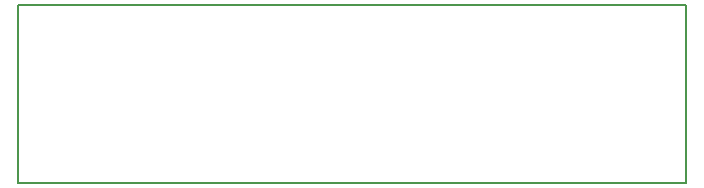
<source format=gbr>
G04 #@! TF.GenerationSoftware,KiCad,Pcbnew,(5.0.2)-1*
G04 #@! TF.CreationDate,2020-07-18T19:28:28+02:00*
G04 #@! TF.ProjectId,PCB,5043422e-6b69-4636-9164-5f7063625858,rev?*
G04 #@! TF.SameCoordinates,Original*
G04 #@! TF.FileFunction,Profile,NP*
%FSLAX46Y46*%
G04 Gerber Fmt 4.6, Leading zero omitted, Abs format (unit mm)*
G04 Created by KiCad (PCBNEW (5.0.2)-1) date 07/18/20 19:28:28*
%MOMM*%
%LPD*%
G01*
G04 APERTURE LIST*
%ADD10C,0.150000*%
G04 APERTURE END LIST*
D10*
X169000000Y-93000000D02*
X169000000Y-108000000D01*
X112400000Y-93000000D02*
X112400000Y-108000000D01*
X112400000Y-93000000D02*
X169000000Y-93000000D01*
X112400000Y-108000000D02*
X169000000Y-108000000D01*
M02*

</source>
